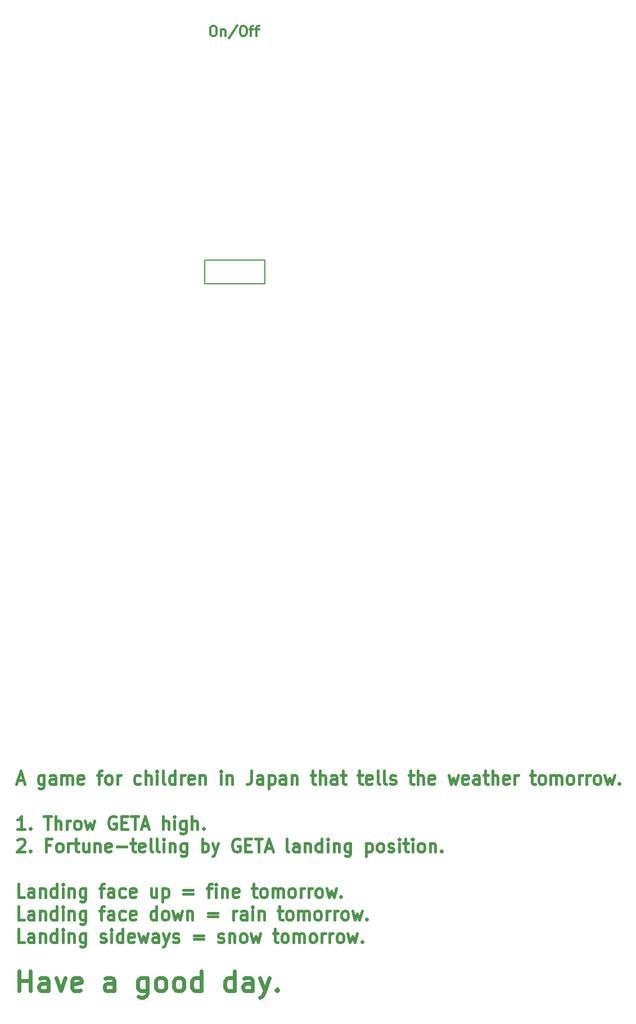
<source format=gbr>
G04 #@! TF.GenerationSoftware,KiCad,Pcbnew,(5.1.5)-3*
G04 #@! TF.CreationDate,2021-03-06T01:55:08+09:00*
G04 #@! TF.ProjectId,Getta25,47657474-6132-4352-9e6b-696361645f70,rev?*
G04 #@! TF.SameCoordinates,Original*
G04 #@! TF.FileFunction,Legend,Top*
G04 #@! TF.FilePolarity,Positive*
%FSLAX46Y46*%
G04 Gerber Fmt 4.6, Leading zero omitted, Abs format (unit mm)*
G04 Created by KiCad (PCBNEW (5.1.5)-3) date 2021-03-06 01:55:08*
%MOMM*%
%LPD*%
G04 APERTURE LIST*
%ADD10C,0.300000*%
%ADD11C,0.600000*%
%ADD12C,0.400000*%
%ADD13C,0.150000*%
G04 APERTURE END LIST*
D10*
X60200000Y22521428D02*
X60485714Y22521428D01*
X60628571Y22450000D01*
X60771428Y22307142D01*
X60842857Y22021428D01*
X60842857Y21521428D01*
X60771428Y21235714D01*
X60628571Y21092857D01*
X60485714Y21021428D01*
X60200000Y21021428D01*
X60057142Y21092857D01*
X59914285Y21235714D01*
X59842857Y21521428D01*
X59842857Y22021428D01*
X59914285Y22307142D01*
X60057142Y22450000D01*
X60200000Y22521428D01*
X61485714Y22021428D02*
X61485714Y21021428D01*
X61485714Y21878571D02*
X61557142Y21950000D01*
X61700000Y22021428D01*
X61914285Y22021428D01*
X62057142Y21950000D01*
X62128571Y21807142D01*
X62128571Y21021428D01*
X63914285Y22592857D02*
X62628571Y20664285D01*
X64700000Y22521428D02*
X64985714Y22521428D01*
X65128571Y22450000D01*
X65271428Y22307142D01*
X65342857Y22021428D01*
X65342857Y21521428D01*
X65271428Y21235714D01*
X65128571Y21092857D01*
X64985714Y21021428D01*
X64700000Y21021428D01*
X64557142Y21092857D01*
X64414285Y21235714D01*
X64342857Y21521428D01*
X64342857Y22021428D01*
X64414285Y22307142D01*
X64557142Y22450000D01*
X64700000Y22521428D01*
X65771428Y22021428D02*
X66342857Y22021428D01*
X65985714Y21021428D02*
X65985714Y22307142D01*
X66057142Y22450000D01*
X66200000Y22521428D01*
X66342857Y22521428D01*
X66628571Y22021428D02*
X67200000Y22021428D01*
X66842857Y21021428D02*
X66842857Y22307142D01*
X66914285Y22450000D01*
X67057142Y22521428D01*
X67200000Y22521428D01*
D11*
X31071428Y-122607142D02*
X31071428Y-119607142D01*
X31071428Y-121035714D02*
X32785714Y-121035714D01*
X32785714Y-122607142D02*
X32785714Y-119607142D01*
X35500000Y-122607142D02*
X35500000Y-121035714D01*
X35357142Y-120750000D01*
X35071428Y-120607142D01*
X34500000Y-120607142D01*
X34214285Y-120750000D01*
X35500000Y-122464285D02*
X35214285Y-122607142D01*
X34500000Y-122607142D01*
X34214285Y-122464285D01*
X34071428Y-122178571D01*
X34071428Y-121892857D01*
X34214285Y-121607142D01*
X34500000Y-121464285D01*
X35214285Y-121464285D01*
X35500000Y-121321428D01*
X36642857Y-120607142D02*
X37357142Y-122607142D01*
X38071428Y-120607142D01*
X40357142Y-122464285D02*
X40071428Y-122607142D01*
X39500000Y-122607142D01*
X39214285Y-122464285D01*
X39071428Y-122178571D01*
X39071428Y-121035714D01*
X39214285Y-120750000D01*
X39500000Y-120607142D01*
X40071428Y-120607142D01*
X40357142Y-120750000D01*
X40500000Y-121035714D01*
X40500000Y-121321428D01*
X39071428Y-121607142D01*
X45357142Y-122607142D02*
X45357142Y-121035714D01*
X45214285Y-120750000D01*
X44928571Y-120607142D01*
X44357142Y-120607142D01*
X44071428Y-120750000D01*
X45357142Y-122464285D02*
X45071428Y-122607142D01*
X44357142Y-122607142D01*
X44071428Y-122464285D01*
X43928571Y-122178571D01*
X43928571Y-121892857D01*
X44071428Y-121607142D01*
X44357142Y-121464285D01*
X45071428Y-121464285D01*
X45357142Y-121321428D01*
X50357142Y-120607142D02*
X50357142Y-123035714D01*
X50214285Y-123321428D01*
X50071428Y-123464285D01*
X49785714Y-123607142D01*
X49357142Y-123607142D01*
X49071428Y-123464285D01*
X50357142Y-122464285D02*
X50071428Y-122607142D01*
X49500000Y-122607142D01*
X49214285Y-122464285D01*
X49071428Y-122321428D01*
X48928571Y-122035714D01*
X48928571Y-121178571D01*
X49071428Y-120892857D01*
X49214285Y-120750000D01*
X49500000Y-120607142D01*
X50071428Y-120607142D01*
X50357142Y-120750000D01*
X52214285Y-122607142D02*
X51928571Y-122464285D01*
X51785714Y-122321428D01*
X51642857Y-122035714D01*
X51642857Y-121178571D01*
X51785714Y-120892857D01*
X51928571Y-120750000D01*
X52214285Y-120607142D01*
X52642857Y-120607142D01*
X52928571Y-120750000D01*
X53071428Y-120892857D01*
X53214285Y-121178571D01*
X53214285Y-122035714D01*
X53071428Y-122321428D01*
X52928571Y-122464285D01*
X52642857Y-122607142D01*
X52214285Y-122607142D01*
X54928571Y-122607142D02*
X54642857Y-122464285D01*
X54500000Y-122321428D01*
X54357142Y-122035714D01*
X54357142Y-121178571D01*
X54500000Y-120892857D01*
X54642857Y-120750000D01*
X54928571Y-120607142D01*
X55357142Y-120607142D01*
X55642857Y-120750000D01*
X55785714Y-120892857D01*
X55928571Y-121178571D01*
X55928571Y-122035714D01*
X55785714Y-122321428D01*
X55642857Y-122464285D01*
X55357142Y-122607142D01*
X54928571Y-122607142D01*
X58500000Y-122607142D02*
X58500000Y-119607142D01*
X58500000Y-122464285D02*
X58214285Y-122607142D01*
X57642857Y-122607142D01*
X57357142Y-122464285D01*
X57214285Y-122321428D01*
X57071428Y-122035714D01*
X57071428Y-121178571D01*
X57214285Y-120892857D01*
X57357142Y-120750000D01*
X57642857Y-120607142D01*
X58214285Y-120607142D01*
X58500000Y-120750000D01*
X63499999Y-122607142D02*
X63499999Y-119607142D01*
X63499999Y-122464285D02*
X63214285Y-122607142D01*
X62642857Y-122607142D01*
X62357142Y-122464285D01*
X62214285Y-122321428D01*
X62071428Y-122035714D01*
X62071428Y-121178571D01*
X62214285Y-120892857D01*
X62357142Y-120750000D01*
X62642857Y-120607142D01*
X63214285Y-120607142D01*
X63499999Y-120750000D01*
X66214285Y-122607142D02*
X66214285Y-121035714D01*
X66071428Y-120750000D01*
X65785714Y-120607142D01*
X65214285Y-120607142D01*
X64928571Y-120750000D01*
X66214285Y-122464285D02*
X65928571Y-122607142D01*
X65214285Y-122607142D01*
X64928571Y-122464285D01*
X64785714Y-122178571D01*
X64785714Y-121892857D01*
X64928571Y-121607142D01*
X65214285Y-121464285D01*
X65928571Y-121464285D01*
X66214285Y-121321428D01*
X67357142Y-120607142D02*
X68071428Y-122607142D01*
X68785714Y-120607142D02*
X68071428Y-122607142D01*
X67785714Y-123321428D01*
X67642857Y-123464285D01*
X67357142Y-123607142D01*
X69928571Y-122321428D02*
X70071428Y-122464285D01*
X69928571Y-122607142D01*
X69785714Y-122464285D01*
X69928571Y-122321428D01*
X69928571Y-122607142D01*
D12*
X30871904Y-90933333D02*
X31776666Y-90933333D01*
X30690952Y-91504761D02*
X31324285Y-89504761D01*
X31957619Y-91504761D01*
X34852857Y-90171428D02*
X34852857Y-91790476D01*
X34762380Y-91980952D01*
X34671904Y-92076190D01*
X34490952Y-92171428D01*
X34219523Y-92171428D01*
X34038571Y-92076190D01*
X34852857Y-91409523D02*
X34671904Y-91504761D01*
X34310000Y-91504761D01*
X34129047Y-91409523D01*
X34038571Y-91314285D01*
X33948095Y-91123809D01*
X33948095Y-90552380D01*
X34038571Y-90361904D01*
X34129047Y-90266666D01*
X34310000Y-90171428D01*
X34671904Y-90171428D01*
X34852857Y-90266666D01*
X36571904Y-91504761D02*
X36571904Y-90457142D01*
X36481428Y-90266666D01*
X36300476Y-90171428D01*
X35938571Y-90171428D01*
X35757619Y-90266666D01*
X36571904Y-91409523D02*
X36390952Y-91504761D01*
X35938571Y-91504761D01*
X35757619Y-91409523D01*
X35667142Y-91219047D01*
X35667142Y-91028571D01*
X35757619Y-90838095D01*
X35938571Y-90742857D01*
X36390952Y-90742857D01*
X36571904Y-90647619D01*
X37476666Y-91504761D02*
X37476666Y-90171428D01*
X37476666Y-90361904D02*
X37567142Y-90266666D01*
X37748095Y-90171428D01*
X38019523Y-90171428D01*
X38200476Y-90266666D01*
X38290952Y-90457142D01*
X38290952Y-91504761D01*
X38290952Y-90457142D02*
X38381428Y-90266666D01*
X38562380Y-90171428D01*
X38833809Y-90171428D01*
X39014761Y-90266666D01*
X39105238Y-90457142D01*
X39105238Y-91504761D01*
X40733809Y-91409523D02*
X40552857Y-91504761D01*
X40190952Y-91504761D01*
X40010000Y-91409523D01*
X39919523Y-91219047D01*
X39919523Y-90457142D01*
X40010000Y-90266666D01*
X40190952Y-90171428D01*
X40552857Y-90171428D01*
X40733809Y-90266666D01*
X40824285Y-90457142D01*
X40824285Y-90647619D01*
X39919523Y-90838095D01*
X42814761Y-90171428D02*
X43538571Y-90171428D01*
X43086190Y-91504761D02*
X43086190Y-89790476D01*
X43176666Y-89600000D01*
X43357619Y-89504761D01*
X43538571Y-89504761D01*
X44443333Y-91504761D02*
X44262380Y-91409523D01*
X44171904Y-91314285D01*
X44081428Y-91123809D01*
X44081428Y-90552380D01*
X44171904Y-90361904D01*
X44262380Y-90266666D01*
X44443333Y-90171428D01*
X44714761Y-90171428D01*
X44895714Y-90266666D01*
X44986190Y-90361904D01*
X45076666Y-90552380D01*
X45076666Y-91123809D01*
X44986190Y-91314285D01*
X44895714Y-91409523D01*
X44714761Y-91504761D01*
X44443333Y-91504761D01*
X45890952Y-91504761D02*
X45890952Y-90171428D01*
X45890952Y-90552380D02*
X45981428Y-90361904D01*
X46071904Y-90266666D01*
X46252857Y-90171428D01*
X46433809Y-90171428D01*
X49329047Y-91409523D02*
X49148095Y-91504761D01*
X48786190Y-91504761D01*
X48605238Y-91409523D01*
X48514761Y-91314285D01*
X48424285Y-91123809D01*
X48424285Y-90552380D01*
X48514761Y-90361904D01*
X48605238Y-90266666D01*
X48786190Y-90171428D01*
X49148095Y-90171428D01*
X49329047Y-90266666D01*
X50143333Y-91504761D02*
X50143333Y-89504761D01*
X50957619Y-91504761D02*
X50957619Y-90457142D01*
X50867142Y-90266666D01*
X50686190Y-90171428D01*
X50414761Y-90171428D01*
X50233809Y-90266666D01*
X50143333Y-90361904D01*
X51862380Y-91504761D02*
X51862380Y-90171428D01*
X51862380Y-89504761D02*
X51771904Y-89600000D01*
X51862380Y-89695238D01*
X51952857Y-89600000D01*
X51862380Y-89504761D01*
X51862380Y-89695238D01*
X53038571Y-91504761D02*
X52857619Y-91409523D01*
X52767142Y-91219047D01*
X52767142Y-89504761D01*
X54576666Y-91504761D02*
X54576666Y-89504761D01*
X54576666Y-91409523D02*
X54395714Y-91504761D01*
X54033809Y-91504761D01*
X53852857Y-91409523D01*
X53762380Y-91314285D01*
X53671904Y-91123809D01*
X53671904Y-90552380D01*
X53762380Y-90361904D01*
X53852857Y-90266666D01*
X54033809Y-90171428D01*
X54395714Y-90171428D01*
X54576666Y-90266666D01*
X55481428Y-91504761D02*
X55481428Y-90171428D01*
X55481428Y-90552380D02*
X55571904Y-90361904D01*
X55662380Y-90266666D01*
X55843333Y-90171428D01*
X56024285Y-90171428D01*
X57381428Y-91409523D02*
X57200476Y-91504761D01*
X56838571Y-91504761D01*
X56657619Y-91409523D01*
X56567142Y-91219047D01*
X56567142Y-90457142D01*
X56657619Y-90266666D01*
X56838571Y-90171428D01*
X57200476Y-90171428D01*
X57381428Y-90266666D01*
X57471904Y-90457142D01*
X57471904Y-90647619D01*
X56567142Y-90838095D01*
X58286190Y-90171428D02*
X58286190Y-91504761D01*
X58286190Y-90361904D02*
X58376666Y-90266666D01*
X58557619Y-90171428D01*
X58829047Y-90171428D01*
X59010000Y-90266666D01*
X59100476Y-90457142D01*
X59100476Y-91504761D01*
X61452857Y-91504761D02*
X61452857Y-90171428D01*
X61452857Y-89504761D02*
X61362380Y-89600000D01*
X61452857Y-89695238D01*
X61543333Y-89600000D01*
X61452857Y-89504761D01*
X61452857Y-89695238D01*
X62357619Y-90171428D02*
X62357619Y-91504761D01*
X62357619Y-90361904D02*
X62448095Y-90266666D01*
X62629047Y-90171428D01*
X62900476Y-90171428D01*
X63081428Y-90266666D01*
X63171904Y-90457142D01*
X63171904Y-91504761D01*
X66067142Y-89504761D02*
X66067142Y-90933333D01*
X65976666Y-91219047D01*
X65795714Y-91409523D01*
X65524285Y-91504761D01*
X65343333Y-91504761D01*
X67786190Y-91504761D02*
X67786190Y-90457142D01*
X67695714Y-90266666D01*
X67514761Y-90171428D01*
X67152857Y-90171428D01*
X66971904Y-90266666D01*
X67786190Y-91409523D02*
X67605238Y-91504761D01*
X67152857Y-91504761D01*
X66971904Y-91409523D01*
X66881428Y-91219047D01*
X66881428Y-91028571D01*
X66971904Y-90838095D01*
X67152857Y-90742857D01*
X67605238Y-90742857D01*
X67786190Y-90647619D01*
X68690952Y-90171428D02*
X68690952Y-92171428D01*
X68690952Y-90266666D02*
X68871904Y-90171428D01*
X69233809Y-90171428D01*
X69414761Y-90266666D01*
X69505238Y-90361904D01*
X69595714Y-90552380D01*
X69595714Y-91123809D01*
X69505238Y-91314285D01*
X69414761Y-91409523D01*
X69233809Y-91504761D01*
X68871904Y-91504761D01*
X68690952Y-91409523D01*
X71224285Y-91504761D02*
X71224285Y-90457142D01*
X71133809Y-90266666D01*
X70952857Y-90171428D01*
X70590952Y-90171428D01*
X70410000Y-90266666D01*
X71224285Y-91409523D02*
X71043333Y-91504761D01*
X70590952Y-91504761D01*
X70410000Y-91409523D01*
X70319523Y-91219047D01*
X70319523Y-91028571D01*
X70410000Y-90838095D01*
X70590952Y-90742857D01*
X71043333Y-90742857D01*
X71224285Y-90647619D01*
X72129047Y-90171428D02*
X72129047Y-91504761D01*
X72129047Y-90361904D02*
X72219523Y-90266666D01*
X72400476Y-90171428D01*
X72671904Y-90171428D01*
X72852857Y-90266666D01*
X72943333Y-90457142D01*
X72943333Y-91504761D01*
X75024285Y-90171428D02*
X75748095Y-90171428D01*
X75295714Y-89504761D02*
X75295714Y-91219047D01*
X75386190Y-91409523D01*
X75567142Y-91504761D01*
X75748095Y-91504761D01*
X76381428Y-91504761D02*
X76381428Y-89504761D01*
X77195714Y-91504761D02*
X77195714Y-90457142D01*
X77105238Y-90266666D01*
X76924285Y-90171428D01*
X76652857Y-90171428D01*
X76471904Y-90266666D01*
X76381428Y-90361904D01*
X78914761Y-91504761D02*
X78914761Y-90457142D01*
X78824285Y-90266666D01*
X78643333Y-90171428D01*
X78281428Y-90171428D01*
X78100476Y-90266666D01*
X78914761Y-91409523D02*
X78733809Y-91504761D01*
X78281428Y-91504761D01*
X78100476Y-91409523D01*
X78010000Y-91219047D01*
X78010000Y-91028571D01*
X78100476Y-90838095D01*
X78281428Y-90742857D01*
X78733809Y-90742857D01*
X78914761Y-90647619D01*
X79548095Y-90171428D02*
X80271904Y-90171428D01*
X79819523Y-89504761D02*
X79819523Y-91219047D01*
X79910000Y-91409523D01*
X80090952Y-91504761D01*
X80271904Y-91504761D01*
X82081428Y-90171428D02*
X82805238Y-90171428D01*
X82352857Y-89504761D02*
X82352857Y-91219047D01*
X82443333Y-91409523D01*
X82624285Y-91504761D01*
X82805238Y-91504761D01*
X84162380Y-91409523D02*
X83981428Y-91504761D01*
X83619523Y-91504761D01*
X83438571Y-91409523D01*
X83348095Y-91219047D01*
X83348095Y-90457142D01*
X83438571Y-90266666D01*
X83619523Y-90171428D01*
X83981428Y-90171428D01*
X84162380Y-90266666D01*
X84252857Y-90457142D01*
X84252857Y-90647619D01*
X83348095Y-90838095D01*
X85338571Y-91504761D02*
X85157619Y-91409523D01*
X85067142Y-91219047D01*
X85067142Y-89504761D01*
X86333809Y-91504761D02*
X86152857Y-91409523D01*
X86062380Y-91219047D01*
X86062380Y-89504761D01*
X86967142Y-91409523D02*
X87148095Y-91504761D01*
X87509999Y-91504761D01*
X87690952Y-91409523D01*
X87781428Y-91219047D01*
X87781428Y-91123809D01*
X87690952Y-90933333D01*
X87509999Y-90838095D01*
X87238571Y-90838095D01*
X87057619Y-90742857D01*
X86967142Y-90552380D01*
X86967142Y-90457142D01*
X87057619Y-90266666D01*
X87238571Y-90171428D01*
X87509999Y-90171428D01*
X87690952Y-90266666D01*
X89771904Y-90171428D02*
X90495714Y-90171428D01*
X90043333Y-89504761D02*
X90043333Y-91219047D01*
X90133809Y-91409523D01*
X90314761Y-91504761D01*
X90495714Y-91504761D01*
X91129047Y-91504761D02*
X91129047Y-89504761D01*
X91943333Y-91504761D02*
X91943333Y-90457142D01*
X91852857Y-90266666D01*
X91671904Y-90171428D01*
X91400476Y-90171428D01*
X91219523Y-90266666D01*
X91129047Y-90361904D01*
X93571904Y-91409523D02*
X93390952Y-91504761D01*
X93029047Y-91504761D01*
X92848095Y-91409523D01*
X92757619Y-91219047D01*
X92757619Y-90457142D01*
X92848095Y-90266666D01*
X93029047Y-90171428D01*
X93390952Y-90171428D01*
X93571904Y-90266666D01*
X93662380Y-90457142D01*
X93662380Y-90647619D01*
X92757619Y-90838095D01*
X95743333Y-90171428D02*
X96105238Y-91504761D01*
X96467142Y-90552380D01*
X96829047Y-91504761D01*
X97190952Y-90171428D01*
X98638571Y-91409523D02*
X98457619Y-91504761D01*
X98095714Y-91504761D01*
X97914761Y-91409523D01*
X97824285Y-91219047D01*
X97824285Y-90457142D01*
X97914761Y-90266666D01*
X98095714Y-90171428D01*
X98457619Y-90171428D01*
X98638571Y-90266666D01*
X98729047Y-90457142D01*
X98729047Y-90647619D01*
X97824285Y-90838095D01*
X100357619Y-91504761D02*
X100357619Y-90457142D01*
X100267142Y-90266666D01*
X100086190Y-90171428D01*
X99724285Y-90171428D01*
X99543333Y-90266666D01*
X100357619Y-91409523D02*
X100176666Y-91504761D01*
X99724285Y-91504761D01*
X99543333Y-91409523D01*
X99452857Y-91219047D01*
X99452857Y-91028571D01*
X99543333Y-90838095D01*
X99724285Y-90742857D01*
X100176666Y-90742857D01*
X100357619Y-90647619D01*
X100990952Y-90171428D02*
X101714761Y-90171428D01*
X101262380Y-89504761D02*
X101262380Y-91219047D01*
X101352857Y-91409523D01*
X101533809Y-91504761D01*
X101714761Y-91504761D01*
X102348095Y-91504761D02*
X102348095Y-89504761D01*
X103162380Y-91504761D02*
X103162380Y-90457142D01*
X103071904Y-90266666D01*
X102890952Y-90171428D01*
X102619523Y-90171428D01*
X102438571Y-90266666D01*
X102348095Y-90361904D01*
X104790952Y-91409523D02*
X104609999Y-91504761D01*
X104248095Y-91504761D01*
X104067142Y-91409523D01*
X103976666Y-91219047D01*
X103976666Y-90457142D01*
X104067142Y-90266666D01*
X104248095Y-90171428D01*
X104609999Y-90171428D01*
X104790952Y-90266666D01*
X104881428Y-90457142D01*
X104881428Y-90647619D01*
X103976666Y-90838095D01*
X105695714Y-91504761D02*
X105695714Y-90171428D01*
X105695714Y-90552380D02*
X105786190Y-90361904D01*
X105876666Y-90266666D01*
X106057619Y-90171428D01*
X106238571Y-90171428D01*
X108048095Y-90171428D02*
X108771904Y-90171428D01*
X108319523Y-89504761D02*
X108319523Y-91219047D01*
X108409999Y-91409523D01*
X108590952Y-91504761D01*
X108771904Y-91504761D01*
X109676666Y-91504761D02*
X109495714Y-91409523D01*
X109405238Y-91314285D01*
X109314761Y-91123809D01*
X109314761Y-90552380D01*
X109405238Y-90361904D01*
X109495714Y-90266666D01*
X109676666Y-90171428D01*
X109948095Y-90171428D01*
X110129047Y-90266666D01*
X110219523Y-90361904D01*
X110309999Y-90552380D01*
X110309999Y-91123809D01*
X110219523Y-91314285D01*
X110129047Y-91409523D01*
X109948095Y-91504761D01*
X109676666Y-91504761D01*
X111124285Y-91504761D02*
X111124285Y-90171428D01*
X111124285Y-90361904D02*
X111214761Y-90266666D01*
X111395714Y-90171428D01*
X111667142Y-90171428D01*
X111848095Y-90266666D01*
X111938571Y-90457142D01*
X111938571Y-91504761D01*
X111938571Y-90457142D02*
X112029047Y-90266666D01*
X112209999Y-90171428D01*
X112481428Y-90171428D01*
X112662380Y-90266666D01*
X112752857Y-90457142D01*
X112752857Y-91504761D01*
X113929047Y-91504761D02*
X113748095Y-91409523D01*
X113657619Y-91314285D01*
X113567142Y-91123809D01*
X113567142Y-90552380D01*
X113657619Y-90361904D01*
X113748095Y-90266666D01*
X113929047Y-90171428D01*
X114200476Y-90171428D01*
X114381428Y-90266666D01*
X114471904Y-90361904D01*
X114562380Y-90552380D01*
X114562380Y-91123809D01*
X114471904Y-91314285D01*
X114381428Y-91409523D01*
X114200476Y-91504761D01*
X113929047Y-91504761D01*
X115376666Y-91504761D02*
X115376666Y-90171428D01*
X115376666Y-90552380D02*
X115467142Y-90361904D01*
X115557619Y-90266666D01*
X115738571Y-90171428D01*
X115919523Y-90171428D01*
X116552857Y-91504761D02*
X116552857Y-90171428D01*
X116552857Y-90552380D02*
X116643333Y-90361904D01*
X116733809Y-90266666D01*
X116914761Y-90171428D01*
X117095714Y-90171428D01*
X118000476Y-91504761D02*
X117819523Y-91409523D01*
X117729047Y-91314285D01*
X117638571Y-91123809D01*
X117638571Y-90552380D01*
X117729047Y-90361904D01*
X117819523Y-90266666D01*
X118000476Y-90171428D01*
X118271904Y-90171428D01*
X118452857Y-90266666D01*
X118543333Y-90361904D01*
X118633809Y-90552380D01*
X118633809Y-91123809D01*
X118543333Y-91314285D01*
X118452857Y-91409523D01*
X118271904Y-91504761D01*
X118000476Y-91504761D01*
X119267142Y-90171428D02*
X119629047Y-91504761D01*
X119990952Y-90552380D01*
X120352857Y-91504761D01*
X120714761Y-90171428D01*
X121438571Y-91314285D02*
X121529047Y-91409523D01*
X121438571Y-91504761D01*
X121348095Y-91409523D01*
X121438571Y-91314285D01*
X121438571Y-91504761D01*
X31957619Y-98304761D02*
X30871904Y-98304761D01*
X31414761Y-98304761D02*
X31414761Y-96304761D01*
X31233809Y-96590476D01*
X31052857Y-96780952D01*
X30871904Y-96876190D01*
X32771904Y-98114285D02*
X32862380Y-98209523D01*
X32771904Y-98304761D01*
X32681428Y-98209523D01*
X32771904Y-98114285D01*
X32771904Y-98304761D01*
X34852857Y-96304761D02*
X35938571Y-96304761D01*
X35395714Y-98304761D02*
X35395714Y-96304761D01*
X36571904Y-98304761D02*
X36571904Y-96304761D01*
X37386190Y-98304761D02*
X37386190Y-97257142D01*
X37295714Y-97066666D01*
X37114761Y-96971428D01*
X36843333Y-96971428D01*
X36662380Y-97066666D01*
X36571904Y-97161904D01*
X38290952Y-98304761D02*
X38290952Y-96971428D01*
X38290952Y-97352380D02*
X38381428Y-97161904D01*
X38471904Y-97066666D01*
X38652857Y-96971428D01*
X38833809Y-96971428D01*
X39738571Y-98304761D02*
X39557619Y-98209523D01*
X39467142Y-98114285D01*
X39376666Y-97923809D01*
X39376666Y-97352380D01*
X39467142Y-97161904D01*
X39557619Y-97066666D01*
X39738571Y-96971428D01*
X40010000Y-96971428D01*
X40190952Y-97066666D01*
X40281428Y-97161904D01*
X40371904Y-97352380D01*
X40371904Y-97923809D01*
X40281428Y-98114285D01*
X40190952Y-98209523D01*
X40010000Y-98304761D01*
X39738571Y-98304761D01*
X41005238Y-96971428D02*
X41367142Y-98304761D01*
X41729047Y-97352380D01*
X42090952Y-98304761D01*
X42452857Y-96971428D01*
X45619523Y-96400000D02*
X45438571Y-96304761D01*
X45167142Y-96304761D01*
X44895714Y-96400000D01*
X44714761Y-96590476D01*
X44624285Y-96780952D01*
X44533809Y-97161904D01*
X44533809Y-97447619D01*
X44624285Y-97828571D01*
X44714761Y-98019047D01*
X44895714Y-98209523D01*
X45167142Y-98304761D01*
X45348095Y-98304761D01*
X45619523Y-98209523D01*
X45710000Y-98114285D01*
X45710000Y-97447619D01*
X45348095Y-97447619D01*
X46524285Y-97257142D02*
X47157619Y-97257142D01*
X47429047Y-98304761D02*
X46524285Y-98304761D01*
X46524285Y-96304761D01*
X47429047Y-96304761D01*
X47971904Y-96304761D02*
X49057619Y-96304761D01*
X48514761Y-98304761D02*
X48514761Y-96304761D01*
X49600476Y-97733333D02*
X50505238Y-97733333D01*
X49419523Y-98304761D02*
X50052857Y-96304761D01*
X50686190Y-98304761D01*
X52767142Y-98304761D02*
X52767142Y-96304761D01*
X53581428Y-98304761D02*
X53581428Y-97257142D01*
X53490952Y-97066666D01*
X53310000Y-96971428D01*
X53038571Y-96971428D01*
X52857619Y-97066666D01*
X52767142Y-97161904D01*
X54486190Y-98304761D02*
X54486190Y-96971428D01*
X54486190Y-96304761D02*
X54395714Y-96400000D01*
X54486190Y-96495238D01*
X54576666Y-96400000D01*
X54486190Y-96304761D01*
X54486190Y-96495238D01*
X56205238Y-96971428D02*
X56205238Y-98590476D01*
X56114761Y-98780952D01*
X56024285Y-98876190D01*
X55843333Y-98971428D01*
X55571904Y-98971428D01*
X55390952Y-98876190D01*
X56205238Y-98209523D02*
X56024285Y-98304761D01*
X55662380Y-98304761D01*
X55481428Y-98209523D01*
X55390952Y-98114285D01*
X55300476Y-97923809D01*
X55300476Y-97352380D01*
X55390952Y-97161904D01*
X55481428Y-97066666D01*
X55662380Y-96971428D01*
X56024285Y-96971428D01*
X56205238Y-97066666D01*
X57110000Y-98304761D02*
X57110000Y-96304761D01*
X57924285Y-98304761D02*
X57924285Y-97257142D01*
X57833809Y-97066666D01*
X57652857Y-96971428D01*
X57381428Y-96971428D01*
X57200476Y-97066666D01*
X57110000Y-97161904D01*
X58829047Y-98114285D02*
X58919523Y-98209523D01*
X58829047Y-98304761D01*
X58738571Y-98209523D01*
X58829047Y-98114285D01*
X58829047Y-98304761D01*
X30871904Y-99895238D02*
X30962380Y-99800000D01*
X31143333Y-99704761D01*
X31595714Y-99704761D01*
X31776666Y-99800000D01*
X31867142Y-99895238D01*
X31957619Y-100085714D01*
X31957619Y-100276190D01*
X31867142Y-100561904D01*
X30781428Y-101704761D01*
X31957619Y-101704761D01*
X32771904Y-101514285D02*
X32862380Y-101609523D01*
X32771904Y-101704761D01*
X32681428Y-101609523D01*
X32771904Y-101514285D01*
X32771904Y-101704761D01*
X35757619Y-100657142D02*
X35124285Y-100657142D01*
X35124285Y-101704761D02*
X35124285Y-99704761D01*
X36029047Y-99704761D01*
X37024285Y-101704761D02*
X36843333Y-101609523D01*
X36752857Y-101514285D01*
X36662380Y-101323809D01*
X36662380Y-100752380D01*
X36752857Y-100561904D01*
X36843333Y-100466666D01*
X37024285Y-100371428D01*
X37295714Y-100371428D01*
X37476666Y-100466666D01*
X37567142Y-100561904D01*
X37657619Y-100752380D01*
X37657619Y-101323809D01*
X37567142Y-101514285D01*
X37476666Y-101609523D01*
X37295714Y-101704761D01*
X37024285Y-101704761D01*
X38471904Y-101704761D02*
X38471904Y-100371428D01*
X38471904Y-100752380D02*
X38562380Y-100561904D01*
X38652857Y-100466666D01*
X38833809Y-100371428D01*
X39014761Y-100371428D01*
X39376666Y-100371428D02*
X40100476Y-100371428D01*
X39648095Y-99704761D02*
X39648095Y-101419047D01*
X39738571Y-101609523D01*
X39919523Y-101704761D01*
X40100476Y-101704761D01*
X41548095Y-100371428D02*
X41548095Y-101704761D01*
X40733809Y-100371428D02*
X40733809Y-101419047D01*
X40824285Y-101609523D01*
X41005238Y-101704761D01*
X41276666Y-101704761D01*
X41457619Y-101609523D01*
X41548095Y-101514285D01*
X42452857Y-100371428D02*
X42452857Y-101704761D01*
X42452857Y-100561904D02*
X42543333Y-100466666D01*
X42724285Y-100371428D01*
X42995714Y-100371428D01*
X43176666Y-100466666D01*
X43267142Y-100657142D01*
X43267142Y-101704761D01*
X44895714Y-101609523D02*
X44714761Y-101704761D01*
X44352857Y-101704761D01*
X44171904Y-101609523D01*
X44081428Y-101419047D01*
X44081428Y-100657142D01*
X44171904Y-100466666D01*
X44352857Y-100371428D01*
X44714761Y-100371428D01*
X44895714Y-100466666D01*
X44986190Y-100657142D01*
X44986190Y-100847619D01*
X44081428Y-101038095D01*
X45800476Y-100942857D02*
X47248095Y-100942857D01*
X47881428Y-100371428D02*
X48605238Y-100371428D01*
X48152857Y-99704761D02*
X48152857Y-101419047D01*
X48243333Y-101609523D01*
X48424285Y-101704761D01*
X48605238Y-101704761D01*
X49962380Y-101609523D02*
X49781428Y-101704761D01*
X49419523Y-101704761D01*
X49238571Y-101609523D01*
X49148095Y-101419047D01*
X49148095Y-100657142D01*
X49238571Y-100466666D01*
X49419523Y-100371428D01*
X49781428Y-100371428D01*
X49962380Y-100466666D01*
X50052857Y-100657142D01*
X50052857Y-100847619D01*
X49148095Y-101038095D01*
X51138571Y-101704761D02*
X50957619Y-101609523D01*
X50867142Y-101419047D01*
X50867142Y-99704761D01*
X52133809Y-101704761D02*
X51952857Y-101609523D01*
X51862380Y-101419047D01*
X51862380Y-99704761D01*
X52857619Y-101704761D02*
X52857619Y-100371428D01*
X52857619Y-99704761D02*
X52767142Y-99800000D01*
X52857619Y-99895238D01*
X52948095Y-99800000D01*
X52857619Y-99704761D01*
X52857619Y-99895238D01*
X53762380Y-100371428D02*
X53762380Y-101704761D01*
X53762380Y-100561904D02*
X53852857Y-100466666D01*
X54033809Y-100371428D01*
X54305238Y-100371428D01*
X54486190Y-100466666D01*
X54576666Y-100657142D01*
X54576666Y-101704761D01*
X56295714Y-100371428D02*
X56295714Y-101990476D01*
X56205238Y-102180952D01*
X56114761Y-102276190D01*
X55933809Y-102371428D01*
X55662380Y-102371428D01*
X55481428Y-102276190D01*
X56295714Y-101609523D02*
X56114761Y-101704761D01*
X55752857Y-101704761D01*
X55571904Y-101609523D01*
X55481428Y-101514285D01*
X55390952Y-101323809D01*
X55390952Y-100752380D01*
X55481428Y-100561904D01*
X55571904Y-100466666D01*
X55752857Y-100371428D01*
X56114761Y-100371428D01*
X56295714Y-100466666D01*
X58648095Y-101704761D02*
X58648095Y-99704761D01*
X58648095Y-100466666D02*
X58829047Y-100371428D01*
X59190952Y-100371428D01*
X59371904Y-100466666D01*
X59462380Y-100561904D01*
X59552857Y-100752380D01*
X59552857Y-101323809D01*
X59462380Y-101514285D01*
X59371904Y-101609523D01*
X59190952Y-101704761D01*
X58829047Y-101704761D01*
X58648095Y-101609523D01*
X60186190Y-100371428D02*
X60638571Y-101704761D01*
X61090952Y-100371428D02*
X60638571Y-101704761D01*
X60457619Y-102180952D01*
X60367142Y-102276190D01*
X60186190Y-102371428D01*
X64257619Y-99800000D02*
X64076666Y-99704761D01*
X63805238Y-99704761D01*
X63533809Y-99800000D01*
X63352857Y-99990476D01*
X63262380Y-100180952D01*
X63171904Y-100561904D01*
X63171904Y-100847619D01*
X63262380Y-101228571D01*
X63352857Y-101419047D01*
X63533809Y-101609523D01*
X63805238Y-101704761D01*
X63986190Y-101704761D01*
X64257619Y-101609523D01*
X64348095Y-101514285D01*
X64348095Y-100847619D01*
X63986190Y-100847619D01*
X65162380Y-100657142D02*
X65795714Y-100657142D01*
X66067142Y-101704761D02*
X65162380Y-101704761D01*
X65162380Y-99704761D01*
X66067142Y-99704761D01*
X66610000Y-99704761D02*
X67695714Y-99704761D01*
X67152857Y-101704761D02*
X67152857Y-99704761D01*
X68238571Y-101133333D02*
X69143333Y-101133333D01*
X68057619Y-101704761D02*
X68690952Y-99704761D01*
X69324285Y-101704761D01*
X71676666Y-101704761D02*
X71495714Y-101609523D01*
X71405238Y-101419047D01*
X71405238Y-99704761D01*
X73214761Y-101704761D02*
X73214761Y-100657142D01*
X73124285Y-100466666D01*
X72943333Y-100371428D01*
X72581428Y-100371428D01*
X72400476Y-100466666D01*
X73214761Y-101609523D02*
X73033809Y-101704761D01*
X72581428Y-101704761D01*
X72400476Y-101609523D01*
X72310000Y-101419047D01*
X72310000Y-101228571D01*
X72400476Y-101038095D01*
X72581428Y-100942857D01*
X73033809Y-100942857D01*
X73214761Y-100847619D01*
X74119523Y-100371428D02*
X74119523Y-101704761D01*
X74119523Y-100561904D02*
X74210000Y-100466666D01*
X74390952Y-100371428D01*
X74662380Y-100371428D01*
X74843333Y-100466666D01*
X74933809Y-100657142D01*
X74933809Y-101704761D01*
X76652857Y-101704761D02*
X76652857Y-99704761D01*
X76652857Y-101609523D02*
X76471904Y-101704761D01*
X76110000Y-101704761D01*
X75929047Y-101609523D01*
X75838571Y-101514285D01*
X75748095Y-101323809D01*
X75748095Y-100752380D01*
X75838571Y-100561904D01*
X75929047Y-100466666D01*
X76110000Y-100371428D01*
X76471904Y-100371428D01*
X76652857Y-100466666D01*
X77557619Y-101704761D02*
X77557619Y-100371428D01*
X77557619Y-99704761D02*
X77467142Y-99800000D01*
X77557619Y-99895238D01*
X77648095Y-99800000D01*
X77557619Y-99704761D01*
X77557619Y-99895238D01*
X78462380Y-100371428D02*
X78462380Y-101704761D01*
X78462380Y-100561904D02*
X78552857Y-100466666D01*
X78733809Y-100371428D01*
X79005238Y-100371428D01*
X79186190Y-100466666D01*
X79276666Y-100657142D01*
X79276666Y-101704761D01*
X80995714Y-100371428D02*
X80995714Y-101990476D01*
X80905238Y-102180952D01*
X80814761Y-102276190D01*
X80633809Y-102371428D01*
X80362380Y-102371428D01*
X80181428Y-102276190D01*
X80995714Y-101609523D02*
X80814761Y-101704761D01*
X80452857Y-101704761D01*
X80271904Y-101609523D01*
X80181428Y-101514285D01*
X80090952Y-101323809D01*
X80090952Y-100752380D01*
X80181428Y-100561904D01*
X80271904Y-100466666D01*
X80452857Y-100371428D01*
X80814761Y-100371428D01*
X80995714Y-100466666D01*
X83348095Y-100371428D02*
X83348095Y-102371428D01*
X83348095Y-100466666D02*
X83529047Y-100371428D01*
X83890952Y-100371428D01*
X84071904Y-100466666D01*
X84162380Y-100561904D01*
X84252857Y-100752380D01*
X84252857Y-101323809D01*
X84162380Y-101514285D01*
X84071904Y-101609523D01*
X83890952Y-101704761D01*
X83529047Y-101704761D01*
X83348095Y-101609523D01*
X85338571Y-101704761D02*
X85157619Y-101609523D01*
X85067142Y-101514285D01*
X84976666Y-101323809D01*
X84976666Y-100752380D01*
X85067142Y-100561904D01*
X85157619Y-100466666D01*
X85338571Y-100371428D01*
X85610000Y-100371428D01*
X85790952Y-100466666D01*
X85881428Y-100561904D01*
X85971904Y-100752380D01*
X85971904Y-101323809D01*
X85881428Y-101514285D01*
X85790952Y-101609523D01*
X85610000Y-101704761D01*
X85338571Y-101704761D01*
X86695714Y-101609523D02*
X86876666Y-101704761D01*
X87238571Y-101704761D01*
X87419523Y-101609523D01*
X87510000Y-101419047D01*
X87510000Y-101323809D01*
X87419523Y-101133333D01*
X87238571Y-101038095D01*
X86967142Y-101038095D01*
X86786190Y-100942857D01*
X86695714Y-100752380D01*
X86695714Y-100657142D01*
X86786190Y-100466666D01*
X86967142Y-100371428D01*
X87238571Y-100371428D01*
X87419523Y-100466666D01*
X88324285Y-101704761D02*
X88324285Y-100371428D01*
X88324285Y-99704761D02*
X88233809Y-99800000D01*
X88324285Y-99895238D01*
X88414761Y-99800000D01*
X88324285Y-99704761D01*
X88324285Y-99895238D01*
X88957619Y-100371428D02*
X89681428Y-100371428D01*
X89229047Y-99704761D02*
X89229047Y-101419047D01*
X89319523Y-101609523D01*
X89500476Y-101704761D01*
X89681428Y-101704761D01*
X90314761Y-101704761D02*
X90314761Y-100371428D01*
X90314761Y-99704761D02*
X90224285Y-99800000D01*
X90314761Y-99895238D01*
X90405238Y-99800000D01*
X90314761Y-99704761D01*
X90314761Y-99895238D01*
X91490952Y-101704761D02*
X91309999Y-101609523D01*
X91219523Y-101514285D01*
X91129047Y-101323809D01*
X91129047Y-100752380D01*
X91219523Y-100561904D01*
X91309999Y-100466666D01*
X91490952Y-100371428D01*
X91762380Y-100371428D01*
X91943333Y-100466666D01*
X92033809Y-100561904D01*
X92124285Y-100752380D01*
X92124285Y-101323809D01*
X92033809Y-101514285D01*
X91943333Y-101609523D01*
X91762380Y-101704761D01*
X91490952Y-101704761D01*
X92938571Y-100371428D02*
X92938571Y-101704761D01*
X92938571Y-100561904D02*
X93029047Y-100466666D01*
X93209999Y-100371428D01*
X93481428Y-100371428D01*
X93662380Y-100466666D01*
X93752857Y-100657142D01*
X93752857Y-101704761D01*
X94657619Y-101514285D02*
X94748095Y-101609523D01*
X94657619Y-101704761D01*
X94567142Y-101609523D01*
X94657619Y-101514285D01*
X94657619Y-101704761D01*
X31867142Y-108504761D02*
X30962380Y-108504761D01*
X30962380Y-106504761D01*
X33314761Y-108504761D02*
X33314761Y-107457142D01*
X33224285Y-107266666D01*
X33043333Y-107171428D01*
X32681428Y-107171428D01*
X32500476Y-107266666D01*
X33314761Y-108409523D02*
X33133809Y-108504761D01*
X32681428Y-108504761D01*
X32500476Y-108409523D01*
X32410000Y-108219047D01*
X32410000Y-108028571D01*
X32500476Y-107838095D01*
X32681428Y-107742857D01*
X33133809Y-107742857D01*
X33314761Y-107647619D01*
X34219523Y-107171428D02*
X34219523Y-108504761D01*
X34219523Y-107361904D02*
X34310000Y-107266666D01*
X34490952Y-107171428D01*
X34762380Y-107171428D01*
X34943333Y-107266666D01*
X35033809Y-107457142D01*
X35033809Y-108504761D01*
X36752857Y-108504761D02*
X36752857Y-106504761D01*
X36752857Y-108409523D02*
X36571904Y-108504761D01*
X36210000Y-108504761D01*
X36029047Y-108409523D01*
X35938571Y-108314285D01*
X35848095Y-108123809D01*
X35848095Y-107552380D01*
X35938571Y-107361904D01*
X36029047Y-107266666D01*
X36210000Y-107171428D01*
X36571904Y-107171428D01*
X36752857Y-107266666D01*
X37657619Y-108504761D02*
X37657619Y-107171428D01*
X37657619Y-106504761D02*
X37567142Y-106600000D01*
X37657619Y-106695238D01*
X37748095Y-106600000D01*
X37657619Y-106504761D01*
X37657619Y-106695238D01*
X38562380Y-107171428D02*
X38562380Y-108504761D01*
X38562380Y-107361904D02*
X38652857Y-107266666D01*
X38833809Y-107171428D01*
X39105238Y-107171428D01*
X39286190Y-107266666D01*
X39376666Y-107457142D01*
X39376666Y-108504761D01*
X41095714Y-107171428D02*
X41095714Y-108790476D01*
X41005238Y-108980952D01*
X40914761Y-109076190D01*
X40733809Y-109171428D01*
X40462380Y-109171428D01*
X40281428Y-109076190D01*
X41095714Y-108409523D02*
X40914761Y-108504761D01*
X40552857Y-108504761D01*
X40371904Y-108409523D01*
X40281428Y-108314285D01*
X40190952Y-108123809D01*
X40190952Y-107552380D01*
X40281428Y-107361904D01*
X40371904Y-107266666D01*
X40552857Y-107171428D01*
X40914761Y-107171428D01*
X41095714Y-107266666D01*
X43176666Y-107171428D02*
X43900476Y-107171428D01*
X43448095Y-108504761D02*
X43448095Y-106790476D01*
X43538571Y-106600000D01*
X43719523Y-106504761D01*
X43900476Y-106504761D01*
X45348095Y-108504761D02*
X45348095Y-107457142D01*
X45257619Y-107266666D01*
X45076666Y-107171428D01*
X44714761Y-107171428D01*
X44533809Y-107266666D01*
X45348095Y-108409523D02*
X45167142Y-108504761D01*
X44714761Y-108504761D01*
X44533809Y-108409523D01*
X44443333Y-108219047D01*
X44443333Y-108028571D01*
X44533809Y-107838095D01*
X44714761Y-107742857D01*
X45167142Y-107742857D01*
X45348095Y-107647619D01*
X47067142Y-108409523D02*
X46886190Y-108504761D01*
X46524285Y-108504761D01*
X46343333Y-108409523D01*
X46252857Y-108314285D01*
X46162380Y-108123809D01*
X46162380Y-107552380D01*
X46252857Y-107361904D01*
X46343333Y-107266666D01*
X46524285Y-107171428D01*
X46886190Y-107171428D01*
X47067142Y-107266666D01*
X48605238Y-108409523D02*
X48424285Y-108504761D01*
X48062380Y-108504761D01*
X47881428Y-108409523D01*
X47790952Y-108219047D01*
X47790952Y-107457142D01*
X47881428Y-107266666D01*
X48062380Y-107171428D01*
X48424285Y-107171428D01*
X48605238Y-107266666D01*
X48695714Y-107457142D01*
X48695714Y-107647619D01*
X47790952Y-107838095D01*
X51771904Y-107171428D02*
X51771904Y-108504761D01*
X50957619Y-107171428D02*
X50957619Y-108219047D01*
X51048095Y-108409523D01*
X51229047Y-108504761D01*
X51500476Y-108504761D01*
X51681428Y-108409523D01*
X51771904Y-108314285D01*
X52676666Y-107171428D02*
X52676666Y-109171428D01*
X52676666Y-107266666D02*
X52857619Y-107171428D01*
X53219523Y-107171428D01*
X53400476Y-107266666D01*
X53490952Y-107361904D01*
X53581428Y-107552380D01*
X53581428Y-108123809D01*
X53490952Y-108314285D01*
X53400476Y-108409523D01*
X53219523Y-108504761D01*
X52857619Y-108504761D01*
X52676666Y-108409523D01*
X55843333Y-107457142D02*
X57290952Y-107457142D01*
X57290952Y-108028571D02*
X55843333Y-108028571D01*
X59371904Y-107171428D02*
X60095714Y-107171428D01*
X59643333Y-108504761D02*
X59643333Y-106790476D01*
X59733809Y-106600000D01*
X59914761Y-106504761D01*
X60095714Y-106504761D01*
X60729047Y-108504761D02*
X60729047Y-107171428D01*
X60729047Y-106504761D02*
X60638571Y-106600000D01*
X60729047Y-106695238D01*
X60819523Y-106600000D01*
X60729047Y-106504761D01*
X60729047Y-106695238D01*
X61633809Y-107171428D02*
X61633809Y-108504761D01*
X61633809Y-107361904D02*
X61724285Y-107266666D01*
X61905238Y-107171428D01*
X62176666Y-107171428D01*
X62357619Y-107266666D01*
X62448095Y-107457142D01*
X62448095Y-108504761D01*
X64076666Y-108409523D02*
X63895714Y-108504761D01*
X63533809Y-108504761D01*
X63352857Y-108409523D01*
X63262380Y-108219047D01*
X63262380Y-107457142D01*
X63352857Y-107266666D01*
X63533809Y-107171428D01*
X63895714Y-107171428D01*
X64076666Y-107266666D01*
X64167142Y-107457142D01*
X64167142Y-107647619D01*
X63262380Y-107838095D01*
X66157619Y-107171428D02*
X66881428Y-107171428D01*
X66429047Y-106504761D02*
X66429047Y-108219047D01*
X66519523Y-108409523D01*
X66700476Y-108504761D01*
X66881428Y-108504761D01*
X67786190Y-108504761D02*
X67605238Y-108409523D01*
X67514761Y-108314285D01*
X67424285Y-108123809D01*
X67424285Y-107552380D01*
X67514761Y-107361904D01*
X67605238Y-107266666D01*
X67786190Y-107171428D01*
X68057619Y-107171428D01*
X68238571Y-107266666D01*
X68329047Y-107361904D01*
X68419523Y-107552380D01*
X68419523Y-108123809D01*
X68329047Y-108314285D01*
X68238571Y-108409523D01*
X68057619Y-108504761D01*
X67786190Y-108504761D01*
X69233809Y-108504761D02*
X69233809Y-107171428D01*
X69233809Y-107361904D02*
X69324285Y-107266666D01*
X69505238Y-107171428D01*
X69776666Y-107171428D01*
X69957619Y-107266666D01*
X70048095Y-107457142D01*
X70048095Y-108504761D01*
X70048095Y-107457142D02*
X70138571Y-107266666D01*
X70319523Y-107171428D01*
X70590952Y-107171428D01*
X70771904Y-107266666D01*
X70862380Y-107457142D01*
X70862380Y-108504761D01*
X72038571Y-108504761D02*
X71857619Y-108409523D01*
X71767142Y-108314285D01*
X71676666Y-108123809D01*
X71676666Y-107552380D01*
X71767142Y-107361904D01*
X71857619Y-107266666D01*
X72038571Y-107171428D01*
X72310000Y-107171428D01*
X72490952Y-107266666D01*
X72581428Y-107361904D01*
X72671904Y-107552380D01*
X72671904Y-108123809D01*
X72581428Y-108314285D01*
X72490952Y-108409523D01*
X72310000Y-108504761D01*
X72038571Y-108504761D01*
X73486190Y-108504761D02*
X73486190Y-107171428D01*
X73486190Y-107552380D02*
X73576666Y-107361904D01*
X73667142Y-107266666D01*
X73848095Y-107171428D01*
X74029047Y-107171428D01*
X74662380Y-108504761D02*
X74662380Y-107171428D01*
X74662380Y-107552380D02*
X74752857Y-107361904D01*
X74843333Y-107266666D01*
X75024285Y-107171428D01*
X75205238Y-107171428D01*
X76110000Y-108504761D02*
X75929047Y-108409523D01*
X75838571Y-108314285D01*
X75748095Y-108123809D01*
X75748095Y-107552380D01*
X75838571Y-107361904D01*
X75929047Y-107266666D01*
X76110000Y-107171428D01*
X76381428Y-107171428D01*
X76562380Y-107266666D01*
X76652857Y-107361904D01*
X76743333Y-107552380D01*
X76743333Y-108123809D01*
X76652857Y-108314285D01*
X76562380Y-108409523D01*
X76381428Y-108504761D01*
X76110000Y-108504761D01*
X77376666Y-107171428D02*
X77738571Y-108504761D01*
X78100476Y-107552380D01*
X78462380Y-108504761D01*
X78824285Y-107171428D01*
X79548095Y-108314285D02*
X79638571Y-108409523D01*
X79548095Y-108504761D01*
X79457619Y-108409523D01*
X79548095Y-108314285D01*
X79548095Y-108504761D01*
X31867142Y-111904761D02*
X30962380Y-111904761D01*
X30962380Y-109904761D01*
X33314761Y-111904761D02*
X33314761Y-110857142D01*
X33224285Y-110666666D01*
X33043333Y-110571428D01*
X32681428Y-110571428D01*
X32500476Y-110666666D01*
X33314761Y-111809523D02*
X33133809Y-111904761D01*
X32681428Y-111904761D01*
X32500476Y-111809523D01*
X32410000Y-111619047D01*
X32410000Y-111428571D01*
X32500476Y-111238095D01*
X32681428Y-111142857D01*
X33133809Y-111142857D01*
X33314761Y-111047619D01*
X34219523Y-110571428D02*
X34219523Y-111904761D01*
X34219523Y-110761904D02*
X34310000Y-110666666D01*
X34490952Y-110571428D01*
X34762380Y-110571428D01*
X34943333Y-110666666D01*
X35033809Y-110857142D01*
X35033809Y-111904761D01*
X36752857Y-111904761D02*
X36752857Y-109904761D01*
X36752857Y-111809523D02*
X36571904Y-111904761D01*
X36210000Y-111904761D01*
X36029047Y-111809523D01*
X35938571Y-111714285D01*
X35848095Y-111523809D01*
X35848095Y-110952380D01*
X35938571Y-110761904D01*
X36029047Y-110666666D01*
X36210000Y-110571428D01*
X36571904Y-110571428D01*
X36752857Y-110666666D01*
X37657619Y-111904761D02*
X37657619Y-110571428D01*
X37657619Y-109904761D02*
X37567142Y-110000000D01*
X37657619Y-110095238D01*
X37748095Y-110000000D01*
X37657619Y-109904761D01*
X37657619Y-110095238D01*
X38562380Y-110571428D02*
X38562380Y-111904761D01*
X38562380Y-110761904D02*
X38652857Y-110666666D01*
X38833809Y-110571428D01*
X39105238Y-110571428D01*
X39286190Y-110666666D01*
X39376666Y-110857142D01*
X39376666Y-111904761D01*
X41095714Y-110571428D02*
X41095714Y-112190476D01*
X41005238Y-112380952D01*
X40914761Y-112476190D01*
X40733809Y-112571428D01*
X40462380Y-112571428D01*
X40281428Y-112476190D01*
X41095714Y-111809523D02*
X40914761Y-111904761D01*
X40552857Y-111904761D01*
X40371904Y-111809523D01*
X40281428Y-111714285D01*
X40190952Y-111523809D01*
X40190952Y-110952380D01*
X40281428Y-110761904D01*
X40371904Y-110666666D01*
X40552857Y-110571428D01*
X40914761Y-110571428D01*
X41095714Y-110666666D01*
X43176666Y-110571428D02*
X43900476Y-110571428D01*
X43448095Y-111904761D02*
X43448095Y-110190476D01*
X43538571Y-110000000D01*
X43719523Y-109904761D01*
X43900476Y-109904761D01*
X45348095Y-111904761D02*
X45348095Y-110857142D01*
X45257619Y-110666666D01*
X45076666Y-110571428D01*
X44714761Y-110571428D01*
X44533809Y-110666666D01*
X45348095Y-111809523D02*
X45167142Y-111904761D01*
X44714761Y-111904761D01*
X44533809Y-111809523D01*
X44443333Y-111619047D01*
X44443333Y-111428571D01*
X44533809Y-111238095D01*
X44714761Y-111142857D01*
X45167142Y-111142857D01*
X45348095Y-111047619D01*
X47067142Y-111809523D02*
X46886190Y-111904761D01*
X46524285Y-111904761D01*
X46343333Y-111809523D01*
X46252857Y-111714285D01*
X46162380Y-111523809D01*
X46162380Y-110952380D01*
X46252857Y-110761904D01*
X46343333Y-110666666D01*
X46524285Y-110571428D01*
X46886190Y-110571428D01*
X47067142Y-110666666D01*
X48605238Y-111809523D02*
X48424285Y-111904761D01*
X48062380Y-111904761D01*
X47881428Y-111809523D01*
X47790952Y-111619047D01*
X47790952Y-110857142D01*
X47881428Y-110666666D01*
X48062380Y-110571428D01*
X48424285Y-110571428D01*
X48605238Y-110666666D01*
X48695714Y-110857142D01*
X48695714Y-111047619D01*
X47790952Y-111238095D01*
X51771904Y-111904761D02*
X51771904Y-109904761D01*
X51771904Y-111809523D02*
X51590952Y-111904761D01*
X51229047Y-111904761D01*
X51048095Y-111809523D01*
X50957619Y-111714285D01*
X50867142Y-111523809D01*
X50867142Y-110952380D01*
X50957619Y-110761904D01*
X51048095Y-110666666D01*
X51229047Y-110571428D01*
X51590952Y-110571428D01*
X51771904Y-110666666D01*
X52948095Y-111904761D02*
X52767142Y-111809523D01*
X52676666Y-111714285D01*
X52586190Y-111523809D01*
X52586190Y-110952380D01*
X52676666Y-110761904D01*
X52767142Y-110666666D01*
X52948095Y-110571428D01*
X53219523Y-110571428D01*
X53400476Y-110666666D01*
X53490952Y-110761904D01*
X53581428Y-110952380D01*
X53581428Y-111523809D01*
X53490952Y-111714285D01*
X53400476Y-111809523D01*
X53219523Y-111904761D01*
X52948095Y-111904761D01*
X54214761Y-110571428D02*
X54576666Y-111904761D01*
X54938571Y-110952380D01*
X55300476Y-111904761D01*
X55662380Y-110571428D01*
X56386190Y-110571428D02*
X56386190Y-111904761D01*
X56386190Y-110761904D02*
X56476666Y-110666666D01*
X56657619Y-110571428D01*
X56929047Y-110571428D01*
X57110000Y-110666666D01*
X57200476Y-110857142D01*
X57200476Y-111904761D01*
X59552857Y-110857142D02*
X61000476Y-110857142D01*
X61000476Y-111428571D02*
X59552857Y-111428571D01*
X63352857Y-111904761D02*
X63352857Y-110571428D01*
X63352857Y-110952380D02*
X63443333Y-110761904D01*
X63533809Y-110666666D01*
X63714761Y-110571428D01*
X63895714Y-110571428D01*
X65343333Y-111904761D02*
X65343333Y-110857142D01*
X65252857Y-110666666D01*
X65071904Y-110571428D01*
X64710000Y-110571428D01*
X64529047Y-110666666D01*
X65343333Y-111809523D02*
X65162380Y-111904761D01*
X64710000Y-111904761D01*
X64529047Y-111809523D01*
X64438571Y-111619047D01*
X64438571Y-111428571D01*
X64529047Y-111238095D01*
X64710000Y-111142857D01*
X65162380Y-111142857D01*
X65343333Y-111047619D01*
X66248095Y-111904761D02*
X66248095Y-110571428D01*
X66248095Y-109904761D02*
X66157619Y-110000000D01*
X66248095Y-110095238D01*
X66338571Y-110000000D01*
X66248095Y-109904761D01*
X66248095Y-110095238D01*
X67152857Y-110571428D02*
X67152857Y-111904761D01*
X67152857Y-110761904D02*
X67243333Y-110666666D01*
X67424285Y-110571428D01*
X67695714Y-110571428D01*
X67876666Y-110666666D01*
X67967142Y-110857142D01*
X67967142Y-111904761D01*
X70048095Y-110571428D02*
X70771904Y-110571428D01*
X70319523Y-109904761D02*
X70319523Y-111619047D01*
X70410000Y-111809523D01*
X70590952Y-111904761D01*
X70771904Y-111904761D01*
X71676666Y-111904761D02*
X71495714Y-111809523D01*
X71405238Y-111714285D01*
X71314761Y-111523809D01*
X71314761Y-110952380D01*
X71405238Y-110761904D01*
X71495714Y-110666666D01*
X71676666Y-110571428D01*
X71948095Y-110571428D01*
X72129047Y-110666666D01*
X72219523Y-110761904D01*
X72310000Y-110952380D01*
X72310000Y-111523809D01*
X72219523Y-111714285D01*
X72129047Y-111809523D01*
X71948095Y-111904761D01*
X71676666Y-111904761D01*
X73124285Y-111904761D02*
X73124285Y-110571428D01*
X73124285Y-110761904D02*
X73214761Y-110666666D01*
X73395714Y-110571428D01*
X73667142Y-110571428D01*
X73848095Y-110666666D01*
X73938571Y-110857142D01*
X73938571Y-111904761D01*
X73938571Y-110857142D02*
X74029047Y-110666666D01*
X74210000Y-110571428D01*
X74481428Y-110571428D01*
X74662380Y-110666666D01*
X74752857Y-110857142D01*
X74752857Y-111904761D01*
X75929047Y-111904761D02*
X75748095Y-111809523D01*
X75657619Y-111714285D01*
X75567142Y-111523809D01*
X75567142Y-110952380D01*
X75657619Y-110761904D01*
X75748095Y-110666666D01*
X75929047Y-110571428D01*
X76200476Y-110571428D01*
X76381428Y-110666666D01*
X76471904Y-110761904D01*
X76562380Y-110952380D01*
X76562380Y-111523809D01*
X76471904Y-111714285D01*
X76381428Y-111809523D01*
X76200476Y-111904761D01*
X75929047Y-111904761D01*
X77376666Y-111904761D02*
X77376666Y-110571428D01*
X77376666Y-110952380D02*
X77467142Y-110761904D01*
X77557619Y-110666666D01*
X77738571Y-110571428D01*
X77919523Y-110571428D01*
X78552857Y-111904761D02*
X78552857Y-110571428D01*
X78552857Y-110952380D02*
X78643333Y-110761904D01*
X78733809Y-110666666D01*
X78914761Y-110571428D01*
X79095714Y-110571428D01*
X80000476Y-111904761D02*
X79819523Y-111809523D01*
X79729047Y-111714285D01*
X79638571Y-111523809D01*
X79638571Y-110952380D01*
X79729047Y-110761904D01*
X79819523Y-110666666D01*
X80000476Y-110571428D01*
X80271904Y-110571428D01*
X80452857Y-110666666D01*
X80543333Y-110761904D01*
X80633809Y-110952380D01*
X80633809Y-111523809D01*
X80543333Y-111714285D01*
X80452857Y-111809523D01*
X80271904Y-111904761D01*
X80000476Y-111904761D01*
X81267142Y-110571428D02*
X81629047Y-111904761D01*
X81990952Y-110952380D01*
X82352857Y-111904761D01*
X82714761Y-110571428D01*
X83438571Y-111714285D02*
X83529047Y-111809523D01*
X83438571Y-111904761D01*
X83348095Y-111809523D01*
X83438571Y-111714285D01*
X83438571Y-111904761D01*
X31867142Y-115304761D02*
X30962380Y-115304761D01*
X30962380Y-113304761D01*
X33314761Y-115304761D02*
X33314761Y-114257142D01*
X33224285Y-114066666D01*
X33043333Y-113971428D01*
X32681428Y-113971428D01*
X32500476Y-114066666D01*
X33314761Y-115209523D02*
X33133809Y-115304761D01*
X32681428Y-115304761D01*
X32500476Y-115209523D01*
X32410000Y-115019047D01*
X32410000Y-114828571D01*
X32500476Y-114638095D01*
X32681428Y-114542857D01*
X33133809Y-114542857D01*
X33314761Y-114447619D01*
X34219523Y-113971428D02*
X34219523Y-115304761D01*
X34219523Y-114161904D02*
X34310000Y-114066666D01*
X34490952Y-113971428D01*
X34762380Y-113971428D01*
X34943333Y-114066666D01*
X35033809Y-114257142D01*
X35033809Y-115304761D01*
X36752857Y-115304761D02*
X36752857Y-113304761D01*
X36752857Y-115209523D02*
X36571904Y-115304761D01*
X36210000Y-115304761D01*
X36029047Y-115209523D01*
X35938571Y-115114285D01*
X35848095Y-114923809D01*
X35848095Y-114352380D01*
X35938571Y-114161904D01*
X36029047Y-114066666D01*
X36210000Y-113971428D01*
X36571904Y-113971428D01*
X36752857Y-114066666D01*
X37657619Y-115304761D02*
X37657619Y-113971428D01*
X37657619Y-113304761D02*
X37567142Y-113400000D01*
X37657619Y-113495238D01*
X37748095Y-113400000D01*
X37657619Y-113304761D01*
X37657619Y-113495238D01*
X38562380Y-113971428D02*
X38562380Y-115304761D01*
X38562380Y-114161904D02*
X38652857Y-114066666D01*
X38833809Y-113971428D01*
X39105238Y-113971428D01*
X39286190Y-114066666D01*
X39376666Y-114257142D01*
X39376666Y-115304761D01*
X41095714Y-113971428D02*
X41095714Y-115590476D01*
X41005238Y-115780952D01*
X40914761Y-115876190D01*
X40733809Y-115971428D01*
X40462380Y-115971428D01*
X40281428Y-115876190D01*
X41095714Y-115209523D02*
X40914761Y-115304761D01*
X40552857Y-115304761D01*
X40371904Y-115209523D01*
X40281428Y-115114285D01*
X40190952Y-114923809D01*
X40190952Y-114352380D01*
X40281428Y-114161904D01*
X40371904Y-114066666D01*
X40552857Y-113971428D01*
X40914761Y-113971428D01*
X41095714Y-114066666D01*
X43357619Y-115209523D02*
X43538571Y-115304761D01*
X43900476Y-115304761D01*
X44081428Y-115209523D01*
X44171904Y-115019047D01*
X44171904Y-114923809D01*
X44081428Y-114733333D01*
X43900476Y-114638095D01*
X43629047Y-114638095D01*
X43448095Y-114542857D01*
X43357619Y-114352380D01*
X43357619Y-114257142D01*
X43448095Y-114066666D01*
X43629047Y-113971428D01*
X43900476Y-113971428D01*
X44081428Y-114066666D01*
X44986190Y-115304761D02*
X44986190Y-113971428D01*
X44986190Y-113304761D02*
X44895714Y-113400000D01*
X44986190Y-113495238D01*
X45076666Y-113400000D01*
X44986190Y-113304761D01*
X44986190Y-113495238D01*
X46705238Y-115304761D02*
X46705238Y-113304761D01*
X46705238Y-115209523D02*
X46524285Y-115304761D01*
X46162380Y-115304761D01*
X45981428Y-115209523D01*
X45890952Y-115114285D01*
X45800476Y-114923809D01*
X45800476Y-114352380D01*
X45890952Y-114161904D01*
X45981428Y-114066666D01*
X46162380Y-113971428D01*
X46524285Y-113971428D01*
X46705238Y-114066666D01*
X48333809Y-115209523D02*
X48152857Y-115304761D01*
X47790952Y-115304761D01*
X47610000Y-115209523D01*
X47519523Y-115019047D01*
X47519523Y-114257142D01*
X47610000Y-114066666D01*
X47790952Y-113971428D01*
X48152857Y-113971428D01*
X48333809Y-114066666D01*
X48424285Y-114257142D01*
X48424285Y-114447619D01*
X47519523Y-114638095D01*
X49057619Y-113971428D02*
X49419523Y-115304761D01*
X49781428Y-114352380D01*
X50143333Y-115304761D01*
X50505238Y-113971428D01*
X52043333Y-115304761D02*
X52043333Y-114257142D01*
X51952857Y-114066666D01*
X51771904Y-113971428D01*
X51410000Y-113971428D01*
X51229047Y-114066666D01*
X52043333Y-115209523D02*
X51862380Y-115304761D01*
X51410000Y-115304761D01*
X51229047Y-115209523D01*
X51138571Y-115019047D01*
X51138571Y-114828571D01*
X51229047Y-114638095D01*
X51410000Y-114542857D01*
X51862380Y-114542857D01*
X52043333Y-114447619D01*
X52767142Y-113971428D02*
X53219523Y-115304761D01*
X53671904Y-113971428D02*
X53219523Y-115304761D01*
X53038571Y-115780952D01*
X52948095Y-115876190D01*
X52767142Y-115971428D01*
X54305238Y-115209523D02*
X54486190Y-115304761D01*
X54848095Y-115304761D01*
X55029047Y-115209523D01*
X55119523Y-115019047D01*
X55119523Y-114923809D01*
X55029047Y-114733333D01*
X54848095Y-114638095D01*
X54576666Y-114638095D01*
X54395714Y-114542857D01*
X54305238Y-114352380D01*
X54305238Y-114257142D01*
X54395714Y-114066666D01*
X54576666Y-113971428D01*
X54848095Y-113971428D01*
X55029047Y-114066666D01*
X57381428Y-114257142D02*
X58829047Y-114257142D01*
X58829047Y-114828571D02*
X57381428Y-114828571D01*
X61090952Y-115209523D02*
X61271904Y-115304761D01*
X61633809Y-115304761D01*
X61814761Y-115209523D01*
X61905238Y-115019047D01*
X61905238Y-114923809D01*
X61814761Y-114733333D01*
X61633809Y-114638095D01*
X61362380Y-114638095D01*
X61181428Y-114542857D01*
X61090952Y-114352380D01*
X61090952Y-114257142D01*
X61181428Y-114066666D01*
X61362380Y-113971428D01*
X61633809Y-113971428D01*
X61814761Y-114066666D01*
X62719523Y-113971428D02*
X62719523Y-115304761D01*
X62719523Y-114161904D02*
X62810000Y-114066666D01*
X62990952Y-113971428D01*
X63262380Y-113971428D01*
X63443333Y-114066666D01*
X63533809Y-114257142D01*
X63533809Y-115304761D01*
X64710000Y-115304761D02*
X64529047Y-115209523D01*
X64438571Y-115114285D01*
X64348095Y-114923809D01*
X64348095Y-114352380D01*
X64438571Y-114161904D01*
X64529047Y-114066666D01*
X64710000Y-113971428D01*
X64981428Y-113971428D01*
X65162380Y-114066666D01*
X65252857Y-114161904D01*
X65343333Y-114352380D01*
X65343333Y-114923809D01*
X65252857Y-115114285D01*
X65162380Y-115209523D01*
X64981428Y-115304761D01*
X64710000Y-115304761D01*
X65976666Y-113971428D02*
X66338571Y-115304761D01*
X66700476Y-114352380D01*
X67062380Y-115304761D01*
X67424285Y-113971428D01*
X69324285Y-113971428D02*
X70048095Y-113971428D01*
X69595714Y-113304761D02*
X69595714Y-115019047D01*
X69686190Y-115209523D01*
X69867142Y-115304761D01*
X70048095Y-115304761D01*
X70952857Y-115304761D02*
X70771904Y-115209523D01*
X70681428Y-115114285D01*
X70590952Y-114923809D01*
X70590952Y-114352380D01*
X70681428Y-114161904D01*
X70771904Y-114066666D01*
X70952857Y-113971428D01*
X71224285Y-113971428D01*
X71405238Y-114066666D01*
X71495714Y-114161904D01*
X71586190Y-114352380D01*
X71586190Y-114923809D01*
X71495714Y-115114285D01*
X71405238Y-115209523D01*
X71224285Y-115304761D01*
X70952857Y-115304761D01*
X72400476Y-115304761D02*
X72400476Y-113971428D01*
X72400476Y-114161904D02*
X72490952Y-114066666D01*
X72671904Y-113971428D01*
X72943333Y-113971428D01*
X73124285Y-114066666D01*
X73214761Y-114257142D01*
X73214761Y-115304761D01*
X73214761Y-114257142D02*
X73305238Y-114066666D01*
X73486190Y-113971428D01*
X73757619Y-113971428D01*
X73938571Y-114066666D01*
X74029047Y-114257142D01*
X74029047Y-115304761D01*
X75205238Y-115304761D02*
X75024285Y-115209523D01*
X74933809Y-115114285D01*
X74843333Y-114923809D01*
X74843333Y-114352380D01*
X74933809Y-114161904D01*
X75024285Y-114066666D01*
X75205238Y-113971428D01*
X75476666Y-113971428D01*
X75657619Y-114066666D01*
X75748095Y-114161904D01*
X75838571Y-114352380D01*
X75838571Y-114923809D01*
X75748095Y-115114285D01*
X75657619Y-115209523D01*
X75476666Y-115304761D01*
X75205238Y-115304761D01*
X76652857Y-115304761D02*
X76652857Y-113971428D01*
X76652857Y-114352380D02*
X76743333Y-114161904D01*
X76833809Y-114066666D01*
X77014761Y-113971428D01*
X77195714Y-113971428D01*
X77829047Y-115304761D02*
X77829047Y-113971428D01*
X77829047Y-114352380D02*
X77919523Y-114161904D01*
X78010000Y-114066666D01*
X78190952Y-113971428D01*
X78371904Y-113971428D01*
X79276666Y-115304761D02*
X79095714Y-115209523D01*
X79005238Y-115114285D01*
X78914761Y-114923809D01*
X78914761Y-114352380D01*
X79005238Y-114161904D01*
X79095714Y-114066666D01*
X79276666Y-113971428D01*
X79548095Y-113971428D01*
X79729047Y-114066666D01*
X79819523Y-114161904D01*
X79910000Y-114352380D01*
X79910000Y-114923809D01*
X79819523Y-115114285D01*
X79729047Y-115209523D01*
X79548095Y-115304761D01*
X79276666Y-115304761D01*
X80543333Y-113971428D02*
X80905238Y-115304761D01*
X81267142Y-114352380D01*
X81629047Y-115304761D01*
X81990952Y-113971428D01*
X82714761Y-115114285D02*
X82805238Y-115209523D01*
X82714761Y-115304761D01*
X82624285Y-115209523D01*
X82714761Y-115114285D01*
X82714761Y-115304761D01*
D13*
X68050000Y-16200000D02*
X59050000Y-16200000D01*
X59050000Y-16200000D02*
X59050000Y-12700000D01*
X59050000Y-12700000D02*
X68050000Y-12700000D01*
X68050000Y-12700000D02*
X68050000Y-16200000D01*
M02*

</source>
